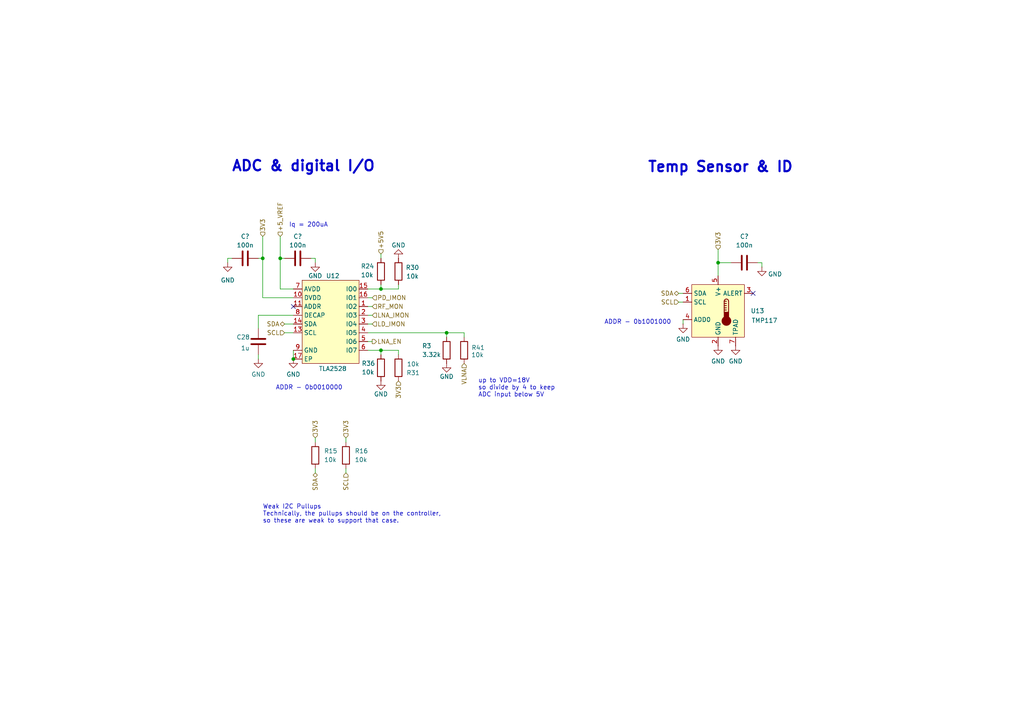
<source format=kicad_sch>
(kicad_sch (version 20250114) (generator "eeschema") (generator_version "9.0")
  (paper "A4")
  (title_block (title "FTX schematic") (date "2024-07-01") (rev "4") (company "Caltech") (comment 1 "Kiran Shila") (comment 2 "Drawing ASP-310") (comment 3 "DSA2000"))
  (lib_symbols
    (symbol "DSA2K:TLA2528"
      (property "Reference" "U" (at 0 12.7 0))
      (property "Value" "TLA2528" (at 0 -14.224 0))
      (symbol "TLA2528_1_1"
        (rectangle (start -7.62 11.43) (end 8.89 -12.7) (fill (type background)))
        (pin bidirectional line (at -10.16 8.89 0) (length 2.54) (name "IO0") (number "15"))
        (pin bidirectional line (at -10.16 6.35 0) (length 2.54) (name "IO1") (number "16"))
        (pin bidirectional line (at -10.16 3.81 0) (length 2.54) (name "IO2") (number "1"))
        (pin bidirectional line (at -10.16 1.27 0) (length 2.54) (name "IO3") (number "2"))
        (pin bidirectional line (at -10.16 -1.27 0) (length 2.54) (name "IO4") (number "3"))
        (pin bidirectional line (at -10.16 -3.81 0) (length 2.54) (name "IO5") (number "4"))
        (pin bidirectional line (at -10.16 -6.35 0) (length 2.54) (name "IO6") (number "5"))
        (pin bidirectional line (at -10.16 -8.89 0) (length 2.54) (name "IO7") (number "6"))
        (pin power_in line (at 11.43 8.89 180) (length 2.54) (name "AVDD") (number "7"))
        (pin power_in line (at 11.43 6.35 180) (length 2.54) (name "DVDD") (number "10"))
        (pin input line (at 11.43 3.81 180) (length 2.54) (name "ADDR") (number "11"))
        (pin passive line (at 11.43 1.27 180) (length 2.54) (name "DECAP") (number "8"))
        (pin bidirectional line (at 11.43 -1.27 180) (length 2.54) (name "SDA") (number "14"))
        (pin input line (at 11.43 -3.81 180) (length 2.54) (name "SCL") (number "13"))
        (pin no_connect line (at 11.43 -6.35 180) (length 2.54) (hide yes) (name "NC") (number "12"))
        (pin power_in line (at 11.43 -8.89 180) (length 2.54) (name "GND") (number "9"))
        (pin power_in line (at 11.43 -11.43 180) (length 2.54) (name "EP") (number "17"))
      )
    )
    (symbol "DSA2K:TMP117xxRDV_WithThermalPad"
      (property "Reference" "U" (at -6.604 12.446 0))
      (property "Value" "TMP117xxDRV" (at -12.446 9.906 0))
      (symbol "TMP117xxRDV_WithThermalPad_1_1"
        (rectangle (start -7.62 7.62) (end 7.62 -7.62) (fill (type background)))
        (polyline (pts (xy 1.778 2.794) (xy 1.778 -0.381)) (stroke (width 0.254)))
        (polyline (pts (xy 1.778 2.794) (xy 2.413 2.794)) (stroke (width 0.254)))
        (polyline (pts (xy 1.778 2.159) (xy 2.413 2.159)) (stroke (width 0.254)))
        (polyline (pts (xy 1.778 1.524) (xy 2.413 1.524)) (stroke (width 0.254)))
        (polyline (pts (xy 1.778 0.889) (xy 2.413 0.889)) (stroke (width 0.254)))
        (polyline (pts (xy 1.778 0.254) (xy 2.413 0.254)) (stroke (width 0.254)))
        (arc (start 1.778 2.794) (mid 2.413 3.4263) (end 3.048 2.794) (stroke (width 0.254)))
        (circle (center 2.413 -2.921) (radius 1.27) (stroke (width 0.254)) (fill (type outline)))
        (polyline (pts (xy 3.048 2.794) (xy 3.048 -0.381)) (stroke (width 0.254)))
        (rectangle (start 3.048 -2.286) (end 1.778 -0.381) (stroke (width 0.254)) (fill (type outline)))
        (pin bidirectional line (at -10.16 5.08 0) (length 2.54) (name "SDA") (number "6"))
        (pin input line (at -10.16 2.54 0) (length 2.54) (name "SCL") (number "1"))
        (pin input line (at -10.16 -2.54 0) (length 2.54) (name "ADD0") (number "4"))
        (pin power_in line (at 0 10.16 270) (length 2.54) (name "V+") (number "5"))
        (pin power_in line (at 0 -10.16 90) (length 2.54) (name "GND") (number "2"))
        (pin power_in line (at 5.08 -10.16 90) (length 2.54) (name "TPAD") (number "7"))
        (pin open_collector line (at 10.16 5.08 180) (length 2.54) (name "ALERT") (number "3"))
      )
    )
    (symbol "Device:C" (pin_numbers (hide yes)) (pin_names (offset 0.254))
      (property "Reference" "C" (at 0.635 2.54 0))
      (property "Value" "C" (at 0.635 -2.54 0))
      (symbol "C_0_1"
        (polyline (pts (xy -2.032 0.762) (xy 2.032 0.762)) (stroke (width 0.508)))
        (polyline (pts (xy -2.032 -0.762) (xy 2.032 -0.762)) (stroke (width 0.508)))
      )
      (symbol "C_1_1"
        (pin passive line (at 0 3.81 270) (length 2.794) (name "~") (number "1"))
        (pin passive line (at 0 -3.81 90) (length 2.794) (name "~") (number "2"))
      )
    )
    (symbol "Device:R" (pin_numbers (hide yes)) (pin_names (offset 0))
      (property "Reference" "R" (at 2.032 0 90))
      (property "Value" "R" (at 0 0 90))
      (symbol "R_0_1"
        (rectangle (start -1.016 -2.54) (end 1.016 2.54) (stroke (width 0.254)))
      )
      (symbol "R_1_1"
        (pin passive line (at 0 3.81 270) (length 1.27) (name "~") (number "1"))
        (pin passive line (at 0 -3.81 90) (length 1.27) (name "~") (number "2"))
      )
    )
    (symbol "power:GND" (power) (pin_numbers (hide yes)) (pin_names (offset 0) (hide yes))
      (property "Value" "GND" (at 0 -3.81 0))
      (symbol "GND_0_1"
        (polyline (pts (xy 0 0) (xy 0 -1.27) (xy 1.27 -1.27) (xy 0 -2.54) (xy -1.27 -1.27) (xy 0 -1.27)))
      )
      (symbol "GND_1_1"
        (pin power_in line (at 0 0 270) (length 0) (name "~") (number "1"))
      )
    )
  )
  (text "Weak I2C Pullups\nTechnically, the pullups should be on the controller,\nso these are weak to support that case." (at 76.2 151.892 0) (effects (font (size 1.27 1.27)) (justify left bottom)))
  (text "ADDR - 0b1001000" (at 175.26 94.234 0) (effects (font (size 1.27 1.27)) (justify left bottom)))
  (text "Iq = 200uA" (at 83.82 66.04 0) (effects (font (size 1.27 1.27)) (justify left bottom)))
  (text "up to VDD=18V\nso divide by 4 to keep\nADC input below 5V" (at 138.684 112.522 0) (effects (font (size 1.27 1.27)) (justify left)))
  (text "ADDR - 0b0010000" (at 89.662 112.522 0) (effects (font (size 1.27 1.27))))
  (text "Temp Sensor & ID" (at 187.706 50.292 0) (effects (font (size 3 3) (thickness 0.6) (bold yes)) (justify left bottom)))
  (text "ADC & digital I/O" (at 67.056 50.038 0) (effects (font (size 3 3) (thickness 0.6) (bold yes)) (justify left bottom)))
  (junction (at 208.28 76.2))
  (junction (at 81.28 74.93))
  (junction (at 110.49 83.82))
  (junction (at 85.09 104.14))
  (junction (at 110.49 101.6))
  (junction (at 129.54 96.52))
  (junction (at 76.2 74.93))
  (no_connect (at 85.09 88.9))
  (no_connect (at 218.44 85.09))
  (wire (pts (xy 107.95 88.9) (xy 106.68 88.9)))
  (wire (pts (xy 106.68 96.52) (xy 129.54 96.52)))
  (wire (pts (xy 106.68 93.98) (xy 107.95 93.98)))
  (wire (pts (xy 81.28 74.93) (xy 82.55 74.93)))
  (wire (pts (xy 66.04 74.93) (xy 67.31 74.93)))
  (wire (pts (xy 74.93 102.87) (xy 74.93 104.14)))
  (wire (pts (xy 115.57 82.55) (xy 115.57 83.82)))
  (wire (pts (xy 208.28 76.2) (xy 208.28 80.01)))
  (wire (pts (xy 85.09 101.6) (xy 85.09 104.14)))
  (wire (pts (xy 66.04 74.93) (xy 66.04 76.2)))
  (wire (pts (xy 198.12 93.98) (xy 198.12 92.71)))
  (wire (pts (xy 82.55 96.52) (xy 85.09 96.52)))
  (wire (pts (xy 76.2 68.58) (xy 76.2 74.93)))
  (wire (pts (xy 196.85 87.63) (xy 198.12 87.63)))
  (wire (pts (xy 220.98 77.47) (xy 220.98 76.2)))
  (wire (pts (xy 106.68 101.6) (xy 110.49 101.6)))
  (wire (pts (xy 115.57 101.6) (xy 115.57 102.87)))
  (wire (pts (xy 76.2 74.93) (xy 76.2 86.36)))
  (wire (pts (xy 110.49 83.82) (xy 115.57 83.82)))
  (wire (pts (xy 81.28 83.82) (xy 85.09 83.82)))
  (wire (pts (xy 208.28 72.39) (xy 208.28 76.2)))
  (wire (pts (xy 74.93 91.44) (xy 85.09 91.44)))
  (wire (pts (xy 91.44 127) (xy 91.44 128.27)))
  (wire (pts (xy 110.49 82.55) (xy 110.49 83.82)))
  (wire (pts (xy 196.85 85.09) (xy 198.12 85.09)))
  (wire (pts (xy 100.33 135.89) (xy 100.33 137.16)))
  (wire (pts (xy 129.54 96.52) (xy 129.54 97.79)))
  (wire (pts (xy 110.49 101.6) (xy 110.49 102.87)))
  (wire (pts (xy 110.49 101.6) (xy 115.57 101.6)))
  (wire (pts (xy 106.68 83.82) (xy 110.49 83.82)))
  (wire (pts (xy 106.68 99.06) (xy 107.95 99.06)))
  (wire (pts (xy 82.55 93.98) (xy 85.09 93.98)))
  (wire (pts (xy 212.09 76.2) (xy 208.28 76.2)))
  (wire (pts (xy 76.2 86.36) (xy 85.09 86.36)))
  (wire (pts (xy 134.62 96.52) (xy 134.62 97.79)))
  (wire (pts (xy 220.98 76.2) (xy 219.71 76.2)))
  (wire (pts (xy 90.17 74.93) (xy 91.44 74.93)))
  (wire (pts (xy 91.44 135.89) (xy 91.44 137.16)))
  (wire (pts (xy 100.33 127) (xy 100.33 128.27)))
  (wire (pts (xy 129.54 96.52) (xy 134.62 96.52)))
  (wire (pts (xy 81.28 68.58) (xy 81.28 74.93)))
  (wire (pts (xy 91.44 74.93) (xy 91.44 76.2)))
  (wire (pts (xy 74.93 91.44) (xy 74.93 95.25)))
  (wire (pts (xy 74.93 74.93) (xy 76.2 74.93)))
  (wire (pts (xy 106.68 91.44) (xy 107.95 91.44)))
  (wire (pts (xy 81.28 74.93) (xy 81.28 83.82)))
  (wire (pts (xy 106.68 86.36) (xy 107.95 86.36)))
  (wire (pts (xy 110.49 73.66) (xy 110.49 74.93)))
  (hierarchical_label "3V3" (shape input) (at 115.57 110.49 270))
  (hierarchical_label "PD_IMON" (shape input) (at 107.95 86.36 0))
  (hierarchical_label "3V3" (shape input) (at 208.28 72.39 90))
  (hierarchical_label "3V3" (shape input) (at 100.33 127 90))
  (hierarchical_label "LNA_EN" (shape output) (at 107.95 99.06 0))
  (hierarchical_label "VLNA" (shape input) (at 134.62 105.41 270))
  (hierarchical_label "3V3" (shape input) (at 91.44 127 90))
  (hierarchical_label "SDA" (shape bidirectional) (at 196.85 85.09 180))
  (hierarchical_label "+5_VREF" (shape input) (at 81.28 68.58 90))
  (hierarchical_label "3V3" (shape input) (at 76.2 68.58 90))
  (hierarchical_label "LNA_IMON" (shape input) (at 107.95 91.44 0))
  (hierarchical_label "SCL" (shape input) (at 100.33 137.16 270))
  (hierarchical_label "SDA" (shape bidirectional) (at 82.55 93.98 180))
  (hierarchical_label "SCL" (shape input) (at 82.55 96.52 180))
  (hierarchical_label "+5V5" (shape input) (at 110.49 73.66 90))
  (hierarchical_label "RF_MON" (shape input) (at 107.95 88.9 0))
  (hierarchical_label "LD_IMON" (shape input) (at 107.95 93.98 0))
  (hierarchical_label "SDA" (shape bidirectional) (at 91.44 137.16 270))
  (hierarchical_label "SCL" (shape input) (at 196.85 87.63 180))
  (symbol (lib_id "DSA2K:TLA2528") (at 96.52 92.71 0) (mirror y) (unit 1)
    (property "Reference" "U12" (at 96.52 80.01 0))
    (property "Value" "TLA2528" (at 96.52 106.934 0))
    (property "Footprint" "DSA2K:WQFN-16-1EP_3x3mm_P0.5mm_EP1.68x1.68mm_LargeThermalVias" (effects (hide yes)))
    (property "Datasheet" "https://www.ti.com/lit/ds/symlink/tla2528.pdf" (effects (hide yes)))
    (property "Description" "Analog to Digital Converters - ADC Small 8-channel 12-bit analog-to-digital converter (ADC) with I2C interface and GPIOs 16-WQFN -40 to 85" (effects (hide yes)))
    (property "MPN" "TLA2528IRTER" (effects (hide yes)))
    (instances (project "ftx" (path "" (reference "U12") (unit 1))) (project "FiberTransmitter" (path "" (reference "U?") (unit 1))))
  )
  (symbol (lib_id "DSA2K:TMP117xxRDV_WithThermalPad") (at 208.28 90.17 0) (unit 1)
    (property "Reference" "U13" (at 219.71 90.17 0))
    (property "Value" "TMP117" (at 221.742 92.964 0))
    (property "Footprint" "Package_SON:WSON-6-1EP_2x2mm_P0.65mm_EP1x1.6mm" (effects (hide yes)))
    (property "Datasheet" "https://www.ti.com/lit/ds/symlink/tmp117.pdf" (effects (hide yes)))
    (property "Description" "Digital Temperature Sensor with I2C/SMBus Interface, 16 bits, +/-0.3° C, one-shot conversion, alert, nist traceable, EEPROM, WSON" (effects (hide yes)))
    (property "MPN" "TMP117AIDRV" (effects (hide yes)))
  )
  (symbol (lib_id "power:GND") (at 91.44 76.2 0) (unit 1)
    (property "Reference" "#PWR047" (effects (hide yes)))
    (property "Value" "GND" (at 91.44 80.01 0))
    (property "Description" "Power symbol creates a global label with name \"GND\" , ground" (effects (hide yes)))
    (instances (project "fiber-receiver" (path "" (reference "#PWR?") (unit 1))) (project "ftx" (path "" (reference "#PWR047") (unit 1))) (project "FiberTransmitter" (path "" (reference "#PWR?") (unit 1)) (path "" (reference "#PWR?") (unit 1))))
  )
  (symbol (lib_id "power:GND") (at 66.04 76.2 0) (mirror y) (unit 1)
    (property "Reference" "#PWR044" (effects (hide yes)))
    (property "Value" "GND" (at 66.04 81.28 0))
    (property "Description" "Power symbol creates a global label with name \"GND\" , ground" (effects (hide yes)))
    (instances (project "fiber-receiver" (path "" (reference "#PWR?") (unit 1))) (project "ftx" (path "" (reference "#PWR044") (unit 1))) (project "FiberTransmitter" (path "" (reference "#PWR?") (unit 1)) (path "" (reference "#PWR?") (unit 1))))
  )
  (symbol (lib_id "power:GND") (at 85.09 104.14 0) (unit 1)
    (property "Reference" "#PWR046" (effects (hide yes)))
    (property "Value" "GND" (at 85.09 108.585 0))
    (property "Description" "Power symbol creates a global label with name \"GND\" , ground" (effects (hide yes)))
    (instances (project "ftx" (path "" (reference "#PWR046") (unit 1))) (project "FiberTransmitter" (path "" (reference "#PWR?") (unit 1))))
  )
  (symbol (lib_id "Device:C") (at 74.93 99.06 0) (unit 1)
    (property "Reference" "C28" (at 68.58 97.79 0) (effects (justify left)))
    (property "Value" "1u" (at 69.85 100.965 0) (effects (justify left)))
    (property "Footprint" "Capacitor_SMD:C_0603_1608Metric" (effects (hide yes)))
    (property "Description" "Unpolarized capacitor" (effects (hide yes)))
    (property "MPN" "CL10A105KA8NNNC" (effects (hide yes)))
    (instances (project "ftx" (path "" (reference "C28") (unit 1))) (project "FiberTransmitter" (path "" (reference "C?") (unit 1)) (path "" (reference "C?") (unit 1))))
  )
  (symbol (lib_id "power:GND") (at 220.98 77.47 0) (unit 1)
    (property "Reference" "#PWR050" (effects (hide yes)))
    (property "Value" "GND" (at 224.79 79.502 0))
    (property "Description" "Power symbol creates a global label with name \"GND\" , ground" (effects (hide yes)))
    (instances (project "ftx" (path "" (reference "#PWR050") (unit 1))) (project "FiberTransmitter" (path "" (reference "#PWR?") (unit 1))))
  )
  (symbol (lib_id "power:GND") (at 213.36 100.33 0) (unit 1)
    (property "Reference" "#PWR073" (effects (hide yes)))
    (property "Value" "GND" (at 213.36 104.775 0))
    (property "Description" "Power symbol creates a global label with name \"GND\" , ground" (effects (hide yes)))
  )
  (symbol (lib_id "power:GND") (at 208.28 100.33 0) (unit 1)
    (property "Reference" "#PWR086" (effects (hide yes)))
    (property "Value" "GND" (at 208.28 104.775 0))
    (property "Description" "Power symbol creates a global label with name \"GND\" , ground" (effects (hide yes)))
  )
  (symbol (lib_id "power:GND") (at 115.57 74.93 180) (unit 1)
    (property "Reference" "#PWR011" (effects (hide yes)))
    (property "Value" "GND" (at 115.57 71.12 0))
    (property "Description" "Power symbol creates a global label with name \"GND\" , ground" (effects (hide yes)))
  )
  (symbol (lib_id "Device:C") (at 71.12 74.93 90) (unit 1)
    (property "Reference" "C27" (at 71.12 68.58 90))
    (property "Value" "100n" (at 71.12 71.12 90))
    (property "Footprint" "Capacitor_SMD:C_0402_1005Metric" (effects (hide yes)))
    (property "Description" "Unpolarized capacitor" (effects (hide yes)))
    (property "MPN" "CL05B104KP5NNNC" (effects (hide yes)))
    (instances (project "fiber-receiver" (path "" (reference "C?") (unit 1))) (project "ftx" (path "" (reference "C27") (unit 1))) (project "FiberTransmitter" (path "" (reference "C?") (unit 1)) (path "" (reference "C?") (unit 1))))
  )
  (symbol (lib_id "Device:R") (at 100.33 132.08 180) (unit 1)
    (property "Reference" "R16" (at 102.87 130.81 0) (effects (justify right)))
    (property "Value" "10k" (at 102.87 133.35 0) (effects (justify right)))
    (property "Footprint" "Resistor_SMD:R_0402_1005Metric" (effects (hide yes)))
    (property "Description" "Resistor" (effects (hide yes)))
    (property "MPN" "RC0402FR-0710KL" (effects (hide yes)))
    (instances (project "ftx" (path "" (reference "R16") (unit 1))) (project "FiberTransmitter" (path "" (reference "R?") (unit 1))))
  )
  (symbol (lib_id "Device:C") (at 86.36 74.93 270) (mirror x) (unit 1)
    (property "Reference" "C29" (at 86.36 68.58 90))
    (property "Value" "100n" (at 86.36 71.12 90))
    (property "Footprint" "Capacitor_SMD:C_0402_1005Metric" (effects (hide yes)))
    (property "Description" "Unpolarized capacitor" (effects (hide yes)))
    (property "MPN" "CL05B104KP5NNNC" (effects (hide yes)))
    (instances (project "fiber-receiver" (path "" (reference "C?") (unit 1))) (project "ftx" (path "" (reference "C29") (unit 1))) (project "FiberTransmitter" (path "" (reference "C?") (unit 1)) (path "" (reference "C?") (unit 1))))
  )
  (symbol (lib_id "Device:R") (at 110.49 106.68 180) (unit 1)
    (property "Reference" "R36" (at 104.902 105.41 0) (effects (justify right)))
    (property "Value" "10k" (at 104.902 107.95 0) (effects (justify right)))
    (property "Footprint" "Resistor_SMD:R_0402_1005Metric" (effects (hide yes)))
    (property "Description" "Resistor" (effects (hide yes)))
    (property "MPN" "RC0402FR-0710KL" (effects (hide yes)))
  )
  (symbol (lib_id "Device:C") (at 215.9 76.2 270) (mirror x) (unit 1)
    (property "Reference" "C30" (at 215.9 68.58 90))
    (property "Value" "100n" (at 215.9 71.12 90))
    (property "Footprint" "Capacitor_SMD:C_0402_1005Metric" (effects (hide yes)))
    (property "Description" "Unpolarized capacitor" (effects (hide yes)))
    (property "MPN" "CL05B104KP5NNNC" (effects (hide yes)))
    (instances (project "fiber-receiver" (path "" (reference "C?") (unit 1))) (project "ftx" (path "" (reference "C30") (unit 1))) (project "FiberTransmitter" (path "" (reference "C?") (unit 1)) (path "" (reference "C?") (unit 1))))
  )
  (symbol (lib_id "power:GND") (at 198.12 93.98 0) (unit 1)
    (property "Reference" "#PWR088" (effects (hide yes)))
    (property "Value" "GND" (at 198.12 98.425 0))
    (property "Description" "Power symbol creates a global label with name \"GND\" , ground" (effects (hide yes)))
  )
  (symbol (lib_id "Device:R") (at 91.44 132.08 180) (unit 1)
    (property "Reference" "R15" (at 93.98 130.81 0) (effects (justify right)))
    (property "Value" "10k" (at 93.98 133.35 0) (effects (justify right)))
    (property "Footprint" "Resistor_SMD:R_0402_1005Metric" (effects (hide yes)))
    (property "Description" "Resistor" (effects (hide yes)))
    (property "MPN" "RC0402FR-0710KL" (effects (hide yes)))
    (instances (project "ftx" (path "" (reference "R15") (unit 1))) (project "FiberTransmitter" (path "" (reference "R?") (unit 1))))
  )
  (symbol (lib_id "Device:R") (at 110.49 78.74 180) (unit 1)
    (property "Reference" "R24" (at 104.648 77.216 0) (effects (justify right)))
    (property "Value" "10k" (at 104.648 79.756 0) (effects (justify right)))
    (property "Footprint" "Resistor_SMD:R_0402_1005Metric" (effects (hide yes)))
    (property "Description" "Resistor" (effects (hide yes)))
    (property "MPN" "RC0402FR-0710KL" (effects (hide yes)))
  )
  (symbol (lib_id "power:GND") (at 74.93 104.14 0) (unit 1)
    (property "Reference" "#PWR045" (effects (hide yes)))
    (property "Value" "GND" (at 74.93 108.585 0))
    (property "Description" "Power symbol creates a global label with name \"GND\" , ground" (effects (hide yes)))
    (instances (project "ftx" (path "" (reference "#PWR045") (unit 1))) (project "FiberTransmitter" (path "" (reference "#PWR?") (unit 1))))
  )
  (symbol (lib_id "Device:R") (at 134.62 101.6 0) (unit 1)
    (property "Reference" "R41" (at 138.684 100.838 0))
    (property "Value" "10k" (at 138.4935 102.9335 0))
    (property "Footprint" "Resistor_SMD:R_0402_1005Metric" (effects (hide yes)))
    (property "Description" "Resistor" (effects (hide yes)))
    (property "MPN" "RC0402FR-0710KL" (effects (hide yes)))
  )
  (symbol (lib_id "power:GND") (at 129.54 105.41 0) (unit 1)
    (property "Reference" "#PWR075" (effects (hide yes)))
    (property "Value" "GND" (at 129.54 109.22 0))
    (property "Description" "Power symbol creates a global label with name \"GND\" , ground" (effects (hide yes)))
  )
  (symbol (lib_id "Device:R") (at 115.57 106.68 0) (unit 1)
    (property "Reference" "R31" (at 119.8245 108.1405 0))
    (property "Value" "10k" (at 119.8245 105.6005 0))
    (property "Footprint" "Resistor_SMD:R_0402_1005Metric" (effects (hide yes)))
    (property "Description" "Resistor" (effects (hide yes)))
    (property "MPN" "RC0402FR-0710KL" (effects (hide yes)))
  )
  (symbol (lib_id "Device:R") (at 115.57 78.74 180) (unit 1)
    (property "Reference" "R30" (at 119.634 77.597 0))
    (property "Value" "10k" (at 119.634 80.137 0))
    (property "Footprint" "Resistor_SMD:R_0402_1005Metric" (effects (hide yes)))
    (property "Description" "Resistor" (effects (hide yes)))
    (property "MPN" "RC0402FR-0710KL" (effects (hide yes)))
  )
  (symbol (lib_id "power:GND") (at 110.49 110.49 0) (unit 1)
    (property "Reference" "#PWR085" (effects (hide yes)))
    (property "Value" "GND" (at 110.49 114.3 0))
    (property "Description" "Power symbol creates a global label with name \"GND\" , ground" (effects (hide yes)))
  )
  (symbol (lib_id "Device:R") (at 129.54 101.6 180) (unit 1)
    (property "Reference" "R3" (at 122.428 100.33 0) (effects (justify right)))
    (property "Value" "3.32k" (at 122.428 102.87 0) (effects (justify right)))
    (property "Footprint" "Resistor_SMD:R_0402_1005Metric" (effects (hide yes)))
    (property "Description" "Resistor" (effects (hide yes)))
    (property "MPN" "RC0402FR-073K32L" (effects (hide yes)))
  )
)
</source>
